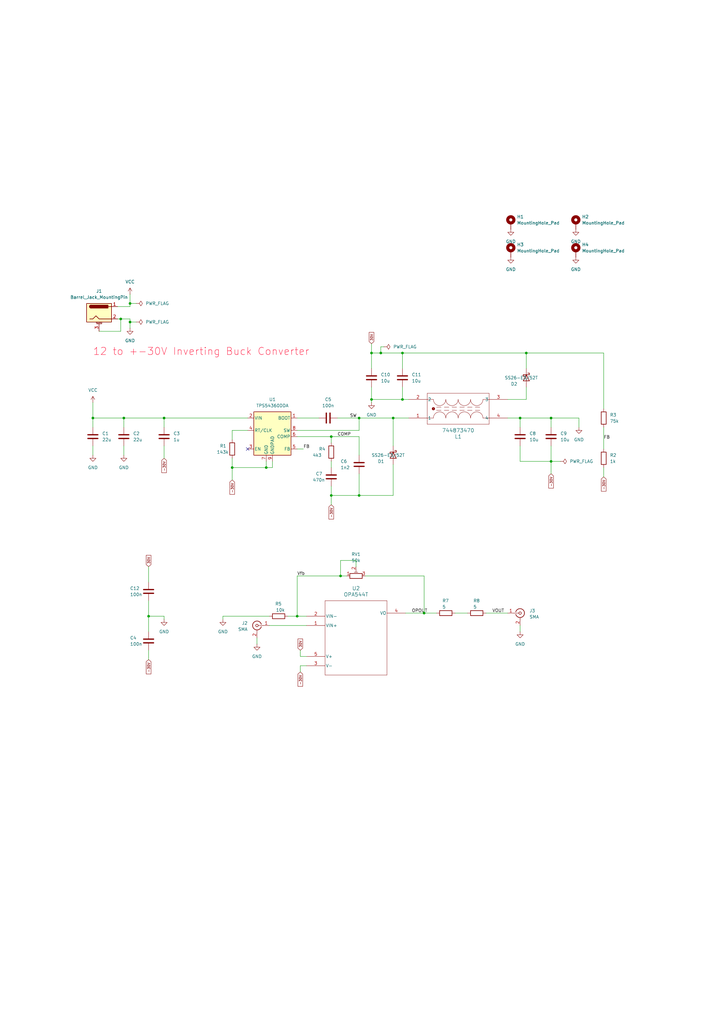
<source format=kicad_sch>
(kicad_sch (version 20231120) (generator "eeschema") (generator_version "8.0")
  (paper "A3" portrait)
  (lib_symbols
    (symbol "744783:744873470" (pin_names (offset 0.254))
      (property "Reference" "L" (at 20.32 10.16 0))
      (property "Value" "744873470" (at 20.32 7.62 0))
      (symbol "744873470_0_1"
        (polyline (pts (xy 7.62 -7.62) (xy 33.02 -7.62)) (stroke (width 0.127)))
        (polyline (pts (xy 7.62 -5.08) (xy 10.16 -5.08)) (stroke (width 0.127)))
        (polyline (pts (xy 7.62 2.54) (xy 10.16 2.54)) (stroke (width 0.127)))
        (polyline (pts (xy 7.62 5.08) (xy 7.62 -7.62)) (stroke (width 0.127)))
        (polyline (pts (xy 11.43 -1.905) (xy 13.335 -1.905)) (stroke (width 0.127)))
        (polyline (pts (xy 11.43 -0.635) (xy 13.335 -0.635)) (stroke (width 0.127)))
        (polyline (pts (xy 14.605 -1.905) (xy 16.51 -1.905)) (stroke (width 0.127)))
        (polyline (pts (xy 14.605 -0.635) (xy 16.51 -0.635)) (stroke (width 0.127)))
        (polyline (pts (xy 17.78 -1.905) (xy 19.685 -1.905)) (stroke (width 0.127)))
        (polyline (pts (xy 17.78 -0.635) (xy 19.685 -0.635)) (stroke (width 0.127)))
        (polyline (pts (xy 20.955 -1.905) (xy 22.86 -1.905)) (stroke (width 0.127)))
        (polyline (pts (xy 20.955 -0.635) (xy 22.86 -0.635)) (stroke (width 0.127)))
        (polyline (pts (xy 24.13 -1.905) (xy 26.035 -1.905)) (stroke (width 0.127)))
        (polyline (pts (xy 24.13 -0.635) (xy 26.035 -0.635)) (stroke (width 0.127)))
        (polyline (pts (xy 27.305 -1.905) (xy 29.21 -1.905)) (stroke (width 0.127)))
        (polyline (pts (xy 27.305 -0.635) (xy 29.21 -0.635)) (stroke (width 0.127)))
        (polyline (pts (xy 33.02 -7.62) (xy 33.02 5.08)) (stroke (width 0.127)))
        (polyline (pts (xy 33.02 -5.08) (xy 30.48 -5.08)) (stroke (width 0.127)))
        (polyline (pts (xy 33.02 2.54) (xy 30.48 2.54)) (stroke (width 0.127)))
        (polyline (pts (xy 33.02 5.08) (xy 7.62 5.08)) (stroke (width 0.127)))
        (circle (center 10.16 -1.27) (radius 0.127) (stroke (width 0.508)))
        (arc (start 10.16 2.54) (mid 12.7 0.011) (end 15.24 2.54) (stroke (width 0.127)))
        (arc (start 15.24 -5.08) (mid 12.7 -2.551) (end 10.16 -5.08) (stroke (width 0.127)))
        (arc (start 15.24 2.54) (mid 17.78 0.011) (end 20.32 2.54) (stroke (width 0.127)))
        (arc (start 20.32 -5.08) (mid 17.78 -2.551) (end 15.24 -5.08) (stroke (width 0.127)))
        (arc (start 20.32 2.54) (mid 22.86 0.011) (end 25.4 2.54) (stroke (width 0.127)))
        (arc (start 25.4 -5.08) (mid 22.86 -2.551) (end 20.32 -5.08) (stroke (width 0.127)))
        (arc (start 25.4 2.54) (mid 27.94 0.011) (end 30.48 2.54) (stroke (width 0.127)))
        (arc (start 30.48 -5.08) (mid 27.94 -2.551) (end 25.4 -5.08) (stroke (width 0.127)))
        (pin unspecified line (at 0 2.54 0) (length 7.62) (name "1") (number "1"))
        (pin unspecified line (at 0 -5.08 0) (length 7.62) (name "2") (number "2"))
        (pin unspecified line (at 40.64 -5.08 180) (length 7.62) (name "3") (number "3"))
        (pin unspecified line (at 40.64 2.54 180) (length 7.62) (name "4") (number "4"))
      )
    )
    (symbol "Connector:Barrel_Jack_MountingPin" (pin_names hide)
      (property "Reference" "J1" (at 0 8.89 0))
      (property "Value" "Barrel_Jack_MountingPin" (at 0 6.35 0))
      (symbol "Barrel_Jack_MountingPin_0_1"
        (rectangle (start -5.08 3.81) (end 5.08 -3.81) (stroke (width 0.254)) (fill (type background)))
        (arc (start -3.302 3.175) (mid -3.9343 2.54) (end -3.302 1.905) (stroke (width 0.254)))
        (arc (start -3.302 3.175) (mid -3.9343 2.54) (end -3.302 1.905) (stroke (width 0.254)) (fill (type outline)))
        (polyline (pts (xy 5.08 2.54) (xy 3.81 2.54)) (stroke (width 0.254)))
        (polyline (pts (xy -3.81 -2.54) (xy -2.54 -2.54) (xy -1.27 -1.27) (xy 0 -2.54) (xy 2.54 -2.54) (xy 5.08 -2.54)) (stroke (width 0.254)))
        (rectangle (start 3.683 3.175) (end -3.302 1.905) (stroke (width 0.254)) (fill (type outline)))
      )
      (symbol "Barrel_Jack_MountingPin_1_1"
        (polyline (pts (xy -1.016 -4.572) (xy 1.016 -4.572)) (stroke (width 0.1524)))
        (text "Mounting" (at 0 -4.191 0) (effects (font (size 0.381 0.381))))
        (pin passive line (at 7.62 2.54 180) (length 2.54) (name "~") (number "1"))
        (pin passive line (at 7.62 -2.54 180) (length 2.54) (name "~") (number "2"))
        (pin passive line (at 0 -7.62 90) (length 3.048) (name "MountPin") (number "3"))
      )
    )
    (symbol "Connector:Conn_Coaxial" (pin_names (offset 1.016) hide)
      (property "Reference" "J" (at 0.254 3.048 0))
      (property "Value" "Conn_Coaxial" (at 2.921 0 90))
      (symbol "Conn_Coaxial_0_1"
        (arc (start -1.778 -0.508) (mid 0.2311 -1.8066) (end 1.778 0) (stroke (width 0.254)))
        (polyline (pts (xy -2.54 0) (xy -0.508 0)))
        (polyline (pts (xy 0 -2.54) (xy 0 -1.778)))
        (circle (center 0 0) (radius 0.508) (stroke (width 0.2032)))
        (arc (start 1.778 0) (mid 0.2099 1.8101) (end -1.778 0.508) (stroke (width 0.254)))
      )
      (symbol "Conn_Coaxial_1_1"
        (pin passive line (at -5.08 0 0) (length 2.54) (name "In") (number "1"))
        (pin passive line (at 0 -5.08 90) (length 2.54) (name "Ext") (number "2"))
      )
    )
    (symbol "Device:C" (pin_numbers hide) (pin_names (offset 0.254))
      (property "Reference" "C" (at 0.635 2.54 0))
      (property "Value" "C" (at 0.635 -2.54 0))
      (symbol "C_0_1"
        (polyline (pts (xy -2.032 -0.762) (xy 2.032 -0.762)) (stroke (width 0.508)))
        (polyline (pts (xy -2.032 0.762) (xy 2.032 0.762)) (stroke (width 0.508)))
      )
      (symbol "C_1_1"
        (pin passive line (at 0 3.81 270) (length 2.794) (name "~") (number "1"))
        (pin passive line (at 0 -3.81 90) (length 2.794) (name "~") (number "2"))
      )
    )
    (symbol "Device:D_Schottky" (pin_numbers hide) (pin_names (offset 1.016) hide)
      (property "Reference" "D" (at 0 2.54 0))
      (property "Value" "D_Schottky" (at 0 -2.54 0))
      (symbol "D_Schottky_0_1"
        (polyline (pts (xy 1.27 0) (xy -1.27 0)))
        (polyline (pts (xy 1.27 1.27) (xy 1.27 -1.27) (xy -1.27 0) (xy 1.27 1.27)) (stroke (width 0.254)))
        (polyline (pts (xy -1.905 0.635) (xy -1.905 1.27) (xy -1.27 1.27) (xy -1.27 -1.27) (xy -0.635 -1.27) (xy -0.635 -0.635)) (stroke (width 0.254)))
      )
      (symbol "D_Schottky_1_1"
        (pin passive line (at -3.81 0 0) (length 2.54) (name "K") (number "1"))
        (pin passive line (at 3.81 0 180) (length 2.54) (name "A") (number "2"))
      )
    )
    (symbol "Device:R" (pin_numbers hide) (pin_names (offset 0))
      (property "Reference" "R" (at 2.032 0 90))
      (property "Value" "R" (at 0 0 90))
      (symbol "R_0_1"
        (rectangle (start -1.016 -2.54) (end 1.016 2.54) (stroke (width 0.254)))
      )
      (symbol "R_1_1"
        (pin passive line (at 0 3.81 270) (length 1.27) (name "~") (number "1"))
        (pin passive line (at 0 -3.81 90) (length 1.27) (name "~") (number "2"))
      )
    )
    (symbol "Device:R_Potentiometer_Trim" (pin_names (offset 1.016) hide)
      (property "Reference" "RV" (at -4.445 0 90))
      (property "Value" "R_Potentiometer_Trim" (at -2.54 0 90))
      (symbol "R_Potentiometer_Trim_0_1"
        (polyline (pts (xy 1.524 0.762) (xy 1.524 -0.762)))
        (polyline (pts (xy 2.54 0) (xy 1.524 0)))
        (rectangle (start 1.016 2.54) (end -1.016 -2.54) (stroke (width 0.254)))
      )
      (symbol "R_Potentiometer_Trim_1_1"
        (pin passive line (at 0 3.81 270) (length 1.27) (name "1") (number "1"))
        (pin passive line (at 3.81 0 180) (length 1.27) (name "2") (number "2"))
        (pin passive line (at 0 -3.81 90) (length 1.27) (name "3") (number "3"))
      )
    )
    (symbol "GND_1" (power) (pin_numbers hide) (pin_names (offset 0) hide)
      (property "Value" "GND" (at 0 -3.81 0))
      (symbol "GND_1_0_1"
        (polyline (pts (xy 0 0) (xy 0 -1.27) (xy 1.27 -1.27) (xy 0 -2.54) (xy -1.27 -1.27) (xy 0 -1.27)))
      )
      (symbol "GND_1_1_1"
        (pin power_in line (at 0 0 270) (length 0) (name "~") (number "1"))
      )
    )
    (symbol "GND_2" (power) (pin_numbers hide) (pin_names (offset 0) hide)
      (property "Value" "GND" (at 0 -3.81 0))
      (symbol "GND_2_0_1"
        (polyline (pts (xy 0 0) (xy 0 -1.27) (xy 1.27 -1.27) (xy 0 -2.54) (xy -1.27 -1.27) (xy 0 -1.27)))
      )
      (symbol "GND_2_1_1"
        (pin power_in line (at 0 0 270) (length 0) (name "~") (number "1"))
      )
    )
    (symbol "Mechanical:MountingHole_Pad" (pin_numbers hide) (pin_names (offset 1.016) hide) (exclude_from_sim yes) (in_bom no)
      (property "Reference" "H" (at 0 6.35 0))
      (property "Value" "MountingHole_Pad" (at 0 4.445 0))
      (symbol "MountingHole_Pad_0_1"
        (circle (center 0 1.27) (radius 1.27) (stroke (width 1.27)))
      )
      (symbol "MountingHole_Pad_1_1"
        (pin input line (at 0 -2.54 90) (length 2.54) (name "1") (number "1"))
      )
    )
    (symbol "OPA544T:OPA544T" (pin_names (offset 0.254))
      (property "Reference" "U2" (at 20.32 12.7 0))
      (property "Value" "OPA544T" (at 20.32 10.16 0))
      (symbol "OPA544T_0_1"
        (polyline (pts (xy 7.62 -22.86) (xy 33.02 -22.86)) (stroke (width 0.127)))
        (polyline (pts (xy 7.62 7.62) (xy 7.62 -22.86)) (stroke (width 0.127)))
        (polyline (pts (xy 33.02 -22.86) (xy 33.02 7.62)) (stroke (width 0.127)))
        (polyline (pts (xy 33.02 7.62) (xy 7.62 7.62)) (stroke (width 0.127)))
        (pin input line (at 0 -2.54 0) (length 7.62) (name "VIN+") (number "1"))
        (pin input line (at 0 1.27 0) (length 7.62) (name "VIN-") (number "2"))
        (pin power_in line (at 0 -19.05 0) (length 7.62) (name "V-") (number "3"))
        (pin output line (at 40.64 2.54 180) (length 7.62) (name "VO") (number "4"))
        (pin power_in line (at 0 -15.24 0) (length 7.62) (name "V+") (number "5"))
      )
    )
    (symbol "Regulator_Switching:TPS54360DDA" (pin_names (offset 0.254))
      (property "Reference" "U" (at -7.62 11.43 0))
      (property "Value" "TPS54360DDA" (at -7.62 8.89 0))
      (symbol "TPS54360DDA_0_1"
        (rectangle (start -7.62 7.62) (end 7.62 -10.16) (stroke (width 0.254)) (fill (type background)))
      )
      (symbol "TPS54360DDA_1_1"
        (pin input line (at 10.16 5.08 180) (length 2.54) (name "BOOT") (number "1"))
        (pin power_in line (at -10.16 5.08 0) (length 2.54) (name "VIN") (number "2"))
        (pin input line (at -10.16 -7.62 0) (length 2.54) (name "EN") (number "3"))
        (pin input line (at -10.16 0 0) (length 2.54) (name "RT/CLK") (number "4"))
        (pin input line (at 10.16 -7.62 180) (length 2.54) (name "FB") (number "5"))
        (pin passive line (at 10.16 -2.54 180) (length 2.54) (name "COMP") (number "6"))
        (pin power_in line (at -2.54 -12.7 90) (length 2.54) (name "GND") (number "7"))
        (pin output line (at 10.16 0 180) (length 2.54) (name "SW") (number "8"))
        (pin power_in line (at 0 -12.7 90) (length 2.54) (name "GNDPAD") (number "9"))
      )
    )
    (symbol "VCC_1" (power) (pin_numbers hide) (pin_names (offset 0) hide)
      (property "Value" "VCC" (at 0 3.556 0))
      (symbol "VCC_1_0_1"
        (polyline (pts (xy -0.762 1.27) (xy 0 2.54)))
        (polyline (pts (xy 0 0) (xy 0 2.54)))
        (polyline (pts (xy 0 2.54) (xy 0.762 1.27)))
      )
      (symbol "VCC_1_1_1"
        (pin power_in line (at 0 0 90) (length 0) (name "~") (number "1"))
      )
    )
    (symbol "power:PWR_FLAG" (power) (pin_numbers hide) (pin_names (offset 0) hide)
      (property "Value" "PWR_FLAG" (at 0 3.81 0))
      (symbol "PWR_FLAG_0_0"
        (pin power_out line (at 0 0 90) (length 0) (name "~") (number "1"))
      )
      (symbol "PWR_FLAG_0_1"
        (polyline (pts (xy 0 0) (xy 0 1.27) (xy -1.016 1.905) (xy 0 2.54) (xy 1.016 1.905) (xy 0 1.27)))
      )
    )
  )
  (junction (at 38.1 171.45))
  (junction (at 165.1 163.83))
  (junction (at 152.4 144.78))
  (junction (at 165.1 144.78))
  (junction (at 109.22 191.77))
  (junction (at 226.06 189.23))
  (junction (at 161.29 171.45))
  (junction (at 147.32 171.45))
  (junction (at 152.4 163.83))
  (junction (at 95.25 191.77))
  (junction (at 213.36 171.45))
  (junction (at 49.53 130.81))
  (junction (at 121.92 252.73))
  (junction (at 156.21 144.78))
  (junction (at 135.89 203.2))
  (junction (at 215.9 144.78))
  (junction (at 139.7 236.22))
  (junction (at 67.31 171.45))
  (junction (at 226.06 171.45))
  (junction (at 173.99 251.46))
  (junction (at 60.96 252.73))
  (junction (at 53.34 124.46))
  (junction (at 50.8 171.45))
  (junction (at 53.34 132.08))
  (junction (at 147.32 203.2))
  (junction (at 135.89 179.07))
  (no_connect (at 101.6 184.15))
  (wire (pts (xy 147.32 186.69) (xy 147.32 179.07)))
  (wire (pts (xy 213.36 256.54) (xy 213.36 259.08)))
  (wire (pts (xy 95.25 191.77) (xy 95.25 196.85)))
  (wire (pts (xy 135.89 179.07) (xy 135.89 181.61)))
  (wire (pts (xy 121.92 179.07) (xy 135.89 179.07)))
  (wire (pts (xy 53.34 130.81) (xy 53.34 132.08)))
  (wire (pts (xy 147.32 194.31) (xy 147.32 203.2)))
  (wire (pts (xy 165.1 144.78) (xy 215.9 144.78)))
  (wire (pts (xy 161.29 203.2) (xy 147.32 203.2)))
  (wire (pts (xy 157.48 142.24) (xy 156.21 142.24)))
  (wire (pts (xy 213.36 171.45) (xy 213.36 175.26)))
  (wire (pts (xy 156.21 142.24) (xy 156.21 144.78)))
  (wire (pts (xy 139.7 229.87) (xy 139.7 236.22)))
  (wire (pts (xy 208.28 171.45) (xy 213.36 171.45)))
  (wire (pts (xy 186.69 251.46) (xy 191.77 251.46)))
  (wire (pts (xy 67.31 252.73) (xy 67.31 254)))
  (wire (pts (xy 135.89 203.2) (xy 135.89 207.01)))
  (wire (pts (xy 247.65 175.26) (xy 247.65 184.15)))
  (wire (pts (xy 215.9 144.78) (xy 215.9 151.13)))
  (wire (pts (xy 226.06 189.23) (xy 226.06 182.88)))
  (wire (pts (xy 135.89 189.23) (xy 135.89 191.77)))
  (wire (pts (xy 95.25 187.96) (xy 95.25 191.77)))
  (wire (pts (xy 247.65 191.77) (xy 247.65 195.58)))
  (wire (pts (xy 91.44 252.73) (xy 110.49 252.73)))
  (wire (pts (xy 50.8 182.88) (xy 50.8 186.69)))
  (wire (pts (xy 121.92 171.45) (xy 130.81 171.45)))
  (wire (pts (xy 152.4 144.78) (xy 156.21 144.78)))
  (wire (pts (xy 95.25 176.53) (xy 101.6 176.53)))
  (wire (pts (xy 38.1 171.45) (xy 38.1 165.1)))
  (wire (pts (xy 91.44 254) (xy 91.44 252.73)))
  (wire (pts (xy 147.32 179.07) (xy 135.89 179.07)))
  (wire (pts (xy 38.1 171.45) (xy 38.1 175.26)))
  (wire (pts (xy 118.11 252.73) (xy 121.92 252.73)))
  (wire (pts (xy 152.4 140.97) (xy 152.4 144.78)))
  (wire (pts (xy 53.34 132.08) (xy 53.34 134.62)))
  (wire (pts (xy 53.34 124.46) (xy 53.34 120.65)))
  (wire (pts (xy 247.65 144.78) (xy 215.9 144.78)))
  (wire (pts (xy 110.49 256.54) (xy 125.73 256.54)))
  (wire (pts (xy 49.53 130.81) (xy 53.34 130.81)))
  (wire (pts (xy 161.29 190.5) (xy 161.29 203.2)))
  (wire (pts (xy 105.41 261.62) (xy 105.41 264.16)))
  (wire (pts (xy 123.19 273.05) (xy 125.73 273.05)))
  (wire (pts (xy 121.92 236.22) (xy 121.92 252.73)))
  (wire (pts (xy 142.24 236.22) (xy 139.7 236.22)))
  (wire (pts (xy 48.26 125.73) (xy 53.34 125.73)))
  (wire (pts (xy 121.92 176.53) (xy 147.32 176.53)))
  (wire (pts (xy 121.92 184.15) (xy 124.46 184.15)))
  (wire (pts (xy 208.28 163.83) (xy 215.9 163.83)))
  (wire (pts (xy 123.19 275.59) (xy 123.19 273.05)))
  (wire (pts (xy 139.7 236.22) (xy 121.92 236.22)))
  (wire (pts (xy 147.32 171.45) (xy 161.29 171.45)))
  (wire (pts (xy 152.4 151.13) (xy 152.4 144.78)))
  (wire (pts (xy 152.4 158.75) (xy 152.4 163.83)))
  (wire (pts (xy 138.43 171.45) (xy 147.32 171.45)))
  (wire (pts (xy 123.19 269.24) (xy 123.19 266.7)))
  (wire (pts (xy 111.76 189.23) (xy 111.76 191.77)))
  (wire (pts (xy 152.4 163.83) (xy 165.1 163.83)))
  (wire (pts (xy 60.96 252.73) (xy 60.96 259.08)))
  (wire (pts (xy 247.65 144.78) (xy 247.65 167.64)))
  (wire (pts (xy 146.05 229.87) (xy 139.7 229.87)))
  (wire (pts (xy 237.49 171.45) (xy 226.06 171.45)))
  (wire (pts (xy 226.06 189.23) (xy 229.87 189.23)))
  (wire (pts (xy 165.1 158.75) (xy 165.1 163.83)))
  (wire (pts (xy 237.49 171.45) (xy 237.49 175.26)))
  (wire (pts (xy 226.06 175.26) (xy 226.06 171.45)))
  (wire (pts (xy 152.4 163.83) (xy 152.4 165.1)))
  (wire (pts (xy 50.8 171.45) (xy 67.31 171.45)))
  (wire (pts (xy 165.1 163.83) (xy 167.64 163.83)))
  (wire (pts (xy 109.22 191.77) (xy 95.25 191.77)))
  (wire (pts (xy 161.29 171.45) (xy 161.29 182.88)))
  (wire (pts (xy 40.64 135.89) (xy 49.53 135.89)))
  (wire (pts (xy 67.31 171.45) (xy 101.6 171.45)))
  (wire (pts (xy 173.99 236.22) (xy 173.99 251.46)))
  (wire (pts (xy 60.96 266.7) (xy 60.96 270.51)))
  (wire (pts (xy 53.34 125.73) (xy 53.34 124.46)))
  (wire (pts (xy 111.76 191.77) (xy 109.22 191.77)))
  (wire (pts (xy 165.1 151.13) (xy 165.1 144.78)))
  (wire (pts (xy 38.1 182.88) (xy 38.1 186.69)))
  (wire (pts (xy 135.89 199.39) (xy 135.89 203.2)))
  (wire (pts (xy 48.26 130.81) (xy 49.53 130.81)))
  (wire (pts (xy 38.1 171.45) (xy 50.8 171.45)))
  (wire (pts (xy 173.99 251.46) (xy 179.07 251.46)))
  (wire (pts (xy 149.86 236.22) (xy 173.99 236.22)))
  (wire (pts (xy 53.34 124.46) (xy 55.88 124.46)))
  (wire (pts (xy 49.53 135.89) (xy 49.53 130.81)))
  (wire (pts (xy 213.36 189.23) (xy 226.06 189.23)))
  (wire (pts (xy 226.06 189.23) (xy 226.06 194.31)))
  (wire (pts (xy 60.96 232.41) (xy 60.96 238.76)))
  (wire (pts (xy 53.34 132.08) (xy 55.88 132.08)))
  (wire (pts (xy 173.99 251.46) (xy 166.37 251.46)))
  (wire (pts (xy 147.32 203.2) (xy 135.89 203.2)))
  (wire (pts (xy 50.8 171.45) (xy 50.8 175.26)))
  (wire (pts (xy 215.9 163.83) (xy 215.9 158.75)))
  (wire (pts (xy 60.96 246.38) (xy 60.96 252.73)))
  (wire (pts (xy 226.06 171.45) (xy 213.36 171.45)))
  (wire (pts (xy 213.36 182.88) (xy 213.36 189.23)))
  (wire (pts (xy 125.73 269.24) (xy 123.19 269.24)))
  (wire (pts (xy 161.29 171.45) (xy 167.64 171.45)))
  (wire (pts (xy 199.39 251.46) (xy 208.28 251.46)))
  (wire (pts (xy 67.31 252.73) (xy 60.96 252.73)))
  (wire (pts (xy 67.31 182.88) (xy 67.31 187.96)))
  (wire (pts (xy 95.25 180.34) (xy 95.25 176.53)))
  (wire (pts (xy 109.22 189.23) (xy 109.22 191.77)))
  (wire (pts (xy 121.92 252.73) (xy 125.73 252.73)))
  (wire (pts (xy 156.21 144.78) (xy 165.1 144.78)))
  (wire (pts (xy 67.31 171.45) (xy 67.31 175.26)))
  (wire (pts (xy 146.05 229.87) (xy 146.05 232.41)))
  (wire (pts (xy 147.32 171.45) (xy 147.32 176.53)))
  (text "12 to +-30V Inverting Buck Converter" (at 38.1 146.05 0) (effects (font (size 3 3)) (justify left bottom)))
  (label "OPOUT" (at 168.91 251.46 0))
  (label "COMP" (at 138.43 179.07 0))
  (label "Vfb" (at 121.92 236.22 0))
  (label "FB" (at 247.65 180.34 0))
  (label "FB" (at 124.46 184.15 0))
  (label "VOUT" (at 201.93 251.46 0))
  (label "SW" (at 143.51 171.45 0))
  (global_label "-30V" (shape input) (at 247.65 195.58 270) (effects (font (size 1 1))) (property "Intersheetrefs" "${INTERSHEET_REFS}" (effects (hide yes))))
  (global_label "-30V" (shape input) (at 226.06 194.31 270) (effects (font (size 1 1))) (property "Intersheetrefs" "${INTERSHEET_REFS}" (effects (hide yes))))
  (global_label "-30V" (shape input) (at 95.25 196.85 270) (effects (font (size 1 1))) (property "Intersheetrefs" "${INTERSHEET_REFS}" (effects (hide yes))))
  (global_label "-30V" (shape input) (at 60.96 270.51 270) (effects (font (size 1 1))) (property "Intersheetrefs" "${INTERSHEET_REFS}" (effects (hide yes))))
  (global_label "-30V" (shape input) (at 67.31 187.96 270) (effects (font (size 1 1))) (property "Intersheetrefs" "${INTERSHEET_REFS}" (effects (hide yes))))
  (global_label "30V" (shape input) (at 152.4 140.97 90) (effects (font (size 1 1))) (property "Intersheetrefs" "${INTERSHEET_REFS}" (effects (hide yes))))
  (global_label "-30V" (shape input) (at 135.89 207.01 270) (effects (font (size 1 1))) (property "Intersheetrefs" "${INTERSHEET_REFS}" (effects (hide yes))))
  (global_label "30V" (shape input) (at 123.19 266.7 90) (effects (font (size 1 1))) (property "Intersheetrefs" "${INTERSHEET_REFS}" (effects (hide yes))))
  (global_label "30V" (shape input) (at 60.96 232.41 90) (effects (font (size 1 1))) (property "Intersheetrefs" "${INTERSHEET_REFS}" (effects (hide yes))))
  (global_label "-30V" (shape input) (at 123.19 275.59 270) (effects (font (size 1 1))) (property "Intersheetrefs" "${INTERSHEET_REFS}" (effects (hide yes))))
  (symbol (lib_id "Mechanical:MountingHole_Pad") (at 236.22 102.87 0) (unit 1) (exclude_from_sim yes) (in_bom no)
    (property "Reference" "H4" (at 238.76 100.3299 0) (effects (justify left)))
    (property "Value" "MountingHole_Pad" (at 238.76 102.8699 0) (effects (justify left)))
    (property "Footprint" "MountingHole:MountingHole_2.5mm_Pad" (effects (hide yes)))
    (property "Description" "Mounting Hole with connection" (effects (hide yes)))
  )
  (symbol (lib_id "Connector:Conn_Coaxial") (at 213.36 251.46 0) (unit 1)
    (property "Reference" "J3" (at 217.17 250.4831 0) (effects (justify left)))
    (property "Value" "SMA" (at 217.17 253.0231 0) (effects (justify left)))
    (property "Footprint" "Connector_Coaxial:SMA_Samtec_SMA-J-P-X-ST-EM1_EdgeMount" (effects (hide yes)))
    (property "Datasheet" "https://www.direnc.net/sma-180c-disi-konnektor-dar-ayakli-sa0n1s0g" (effects (hide yes)))
    (property "Cost" "14" (effects (hide yes)))
  )
  (symbol (lib_id "Device:C") (at 60.96 242.57 0) (unit 1)
    (property "Reference" "C12" (at 53.34 241.3 0) (effects (justify left)))
    (property "Value" "100n" (at 53.34 243.84 0) (effects (justify left)))
    (property "Footprint" "Capacitor_SMD:C_0603_1608Metric" (effects (hide yes)))
    (property "Datasheet" "https://ozdisan.com/Product/Detail/9739/CL10B104KB8NNNC" (effects (hide yes)))
    (property "Cost" "0.15" (effects (hide yes)))
  )
  (symbol (lib_id "Device:R_Potentiometer_Trim") (at 146.05 236.22 90) (unit 1)
    (property "Reference" "RV1" (at 146.05 227.33 90))
    (property "Value" "50k" (at 146.05 229.87 90))
    (property "Footprint" "Potentiometer_THT:Potentiometer_Bourns_3296W_Vertical" (effects (hide yes)))
    (property "Datasheet" "https://ozdisan.com/elektromekanik-komponentler/potansiyometreler-ve-trimpotlar/trimpot-potansiyometreler/3296W-1-503LF-BN/512607" (effects (hide yes)))
    (property "Cost" "7" (effects (hide yes)))
  )
  (symbol (lib_id "power:PWR_FLAG") (at 229.87 189.23 270) (unit 1)
    (property "Reference" "#FLG04" (effects (hide yes)))
    (property "Value" "PWR_FLAG" (at 233.68 189.2299 90) (effects (justify left)))
    (property "Description" "Special symbol for telling ERC where power comes from" (effects (hide yes)))
  )
  (symbol (lib_name "GND_2") (lib_id "power:GND") (at 236.22 93.98 0) (unit 1)
    (property "Reference" "#PWR014" (effects (hide yes)))
    (property "Value" "GND" (at 236.22 99.06 0))
    (property "Description" "Power symbol creates a global label with name \"GND\" , ground" (effects (hide yes)))
  )
  (symbol (lib_id "Device:C") (at 213.36 179.07 0) (unit 1)
    (property "Reference" "C8" (at 217.17 177.7999 0) (effects (justify left)))
    (property "Value" "10u" (at 217.17 180.3399 0) (effects (justify left)))
    (property "Footprint" "Capacitor_SMD:C_1206_3216Metric" (effects (hide yes)))
    (property "Datasheet" "https://ozdisan.com/Product/Detail/523367/CL31B106KBHNNNE" (effects (hide yes)))
    (property "Cost" "4.5" (effects (hide yes)))
  )
  (symbol (lib_id "Device:C") (at 226.06 179.07 0) (unit 1)
    (property "Reference" "C9" (at 229.87 177.7999 0) (effects (justify left)))
    (property "Value" "10u" (at 229.87 180.3399 0) (effects (justify left)))
    (property "Footprint" "Capacitor_SMD:C_1206_3216Metric" (effects (hide yes)))
    (property "Datasheet" "https://ozdisan.com/Product/Detail/523367/CL31B106KBHNNNE" (effects (hide yes)))
    (property "Cost" "4.5" (effects (hide yes)))
  )
  (symbol (lib_name "GND_2") (lib_id "power:GND") (at 105.41 264.16 0) (unit 1)
    (property "Reference" "#PWR08" (effects (hide yes)))
    (property "Value" "GND" (at 105.41 269.24 0))
    (property "Description" "Power symbol creates a global label with name \"GND\" , ground" (effects (hide yes)))
  )
  (symbol (lib_id "Device:R") (at 247.65 187.96 180) (unit 1)
    (property "Reference" "R2" (at 250.19 186.69 0) (effects (justify right)))
    (property "Value" "1k" (at 250.19 189.23 0) (effects (justify right)))
    (property "Footprint" "Resistor_SMD:R_0603_1608Metric" (effects (hide yes)))
    (property "Datasheet" "https://ozdisan.com/pasif-komponentler/direncler/smt-smd-ve-cip-direncler/0603SAF1021T5E/505846" (effects (hide yes)))
    (property "Cost" "0.05" (effects (hide yes)))
  )
  (symbol (lib_name "VCC_1") (lib_id "power:VCC") (at 38.1 165.1 0) (unit 1)
    (property "Reference" "#PWR01" (effects (hide yes)))
    (property "Value" "VCC" (at 38.1 160.02 0))
    (property "Description" "Power symbol creates a global label with name \"VCC\"" (effects (hide yes)))
  )
  (symbol (lib_id "Device:C") (at 67.31 179.07 0) (unit 1)
    (property "Reference" "C3" (at 71.12 177.7999 0) (effects (justify left)))
    (property "Value" "1u" (at 71.12 180.3399 0) (effects (justify left)))
    (property "Footprint" "Capacitor_SMD:C_0805_2012Metric" (effects (hide yes)))
    (property "Datasheet" "https://ozdisan.com/Product/Detail/634349/CL21Y105KCFVPJE" (effects (hide yes)))
    (property "Cost" "6" (effects (hide yes)))
  )
  (symbol (lib_id "Device:D_Schottky") (at 161.29 186.69 270) (unit 1)
    (property "Reference" "D1" (at 154.94 189.23 90) (effects (justify left)))
    (property "Value" "SS26-E3/52T" (at 152.4 186.69 90) (effects (justify left)))
    (property "Footprint" "SSB44:DIODE_DO214AA_MBRS_VIS" (effects (hide yes)))
    (property "Datasheet" "https://ozdisan.com/Product/Detail/368413/SS26-E352T" (effects (hide yes)))
    (property "Cost" "8.5" (effects (hide yes)))
  )
  (symbol (lib_id "Device:R") (at 114.3 252.73 270) (unit 1)
    (property "Reference" "R5" (at 115.57 247.65 90) (effects (justify right)))
    (property "Value" "10k" (at 116.84 250.19 90) (effects (justify right)))
    (property "Footprint" "Resistor_SMD:R_0603_1608Metric" (effects (hide yes)))
    (property "Datasheet" "https://ozdisan.com/pasif-komponentler/direncler/smt-smd-ve-cip-direncler/RC0603JR-0710KL/383150" (effects (hide yes)))
    (property "Cost" "0.05" (effects (hide yes)))
  )
  (symbol (lib_name "GND_2") (lib_id "power:GND") (at 237.49 175.26 0) (unit 1)
    (property "Reference" "#PWR011" (effects (hide yes)))
    (property "Value" "GND" (at 237.49 180.34 0))
    (property "Description" "Power symbol creates a global label with name \"GND\" , ground" (effects (hide yes)))
  )
  (symbol (lib_name "GND_2") (lib_id "power:GND") (at 53.34 134.62 0) (unit 1)
    (property "Reference" "#PWR05" (effects (hide yes)))
    (property "Value" "GND" (at 53.34 139.7 0))
    (property "Description" "Power symbol creates a global label with name \"GND\" , ground" (effects (hide yes)))
  )
  (symbol (lib_name "GND_2") (lib_id "power:GND") (at 209.55 105.41 0) (unit 1)
    (property "Reference" "#PWR013" (effects (hide yes)))
    (property "Value" "GND" (at 209.55 110.49 0))
    (property "Description" "Power symbol creates a global label with name \"GND\" , ground" (effects (hide yes)))
  )
  (symbol (lib_name "GND_2") (lib_id "power:GND") (at 209.55 93.98 0) (unit 1)
    (property "Reference" "#PWR012" (effects (hide yes)))
    (property "Value" "GND" (at 209.55 99.06 0))
    (property "Description" "Power symbol creates a global label with name \"GND\" , ground" (effects (hide yes)))
  )
  (symbol (lib_id "Device:R") (at 195.58 251.46 270) (unit 1)
    (property "Reference" "R8" (at 196.85 246.38 90) (effects (justify right)))
    (property "Value" "5" (at 195.58 248.92 90) (effects (justify right)))
    (property "Footprint" "Resistor_SMD:R_1210_3225Metric" (effects (hide yes)))
    (property "Datasheet" "https://ozdisan.com/pasif-komponentler/direncler/smt-smd-ve-cip-direncler/1210S3J051JT5E/357842" (effects (hide yes)))
    (property "Cost" "0.5" (effects (hide yes)))
  )
  (symbol (lib_id "Device:C") (at 134.62 171.45 90) (unit 1)
    (property "Reference" "C5" (at 134.62 163.83 90))
    (property "Value" "100n" (at 134.62 166.37 90))
    (property "Footprint" "Capacitor_SMD:C_0603_1608Metric" (effects (hide yes)))
    (property "Datasheet" "https://ozdisan.com/Product/Detail/9739/CL10B104KB8NNNC" (effects (hide yes)))
    (property "Cost" "0.15" (effects (hide yes)))
  )
  (symbol (lib_name "VCC_1") (lib_id "power:VCC") (at 53.34 120.65 0) (unit 1)
    (property "Reference" "#PWR016" (effects (hide yes)))
    (property "Value" "VCC" (at 53.34 115.57 0))
    (property "Description" "Power symbol creates a global label with name \"VCC\"" (effects (hide yes)))
  )
  (symbol (lib_id "Device:C") (at 38.1 179.07 0) (unit 1)
    (property "Reference" "C1" (at 41.91 177.8 0) (effects (justify left)))
    (property "Value" "22u" (at 41.91 180.34 0) (effects (justify left)))
    (property "Footprint" "Capacitor_SMD:C_1210_3225Metric" (effects (hide yes)))
    (property "Datasheet" "https://ozdisan.com/Product/Detail/402056/CL32B226KAJNNNE" (effects (hide yes)))
    (property "Cost" "10.2" (effects (hide yes)))
  )
  (symbol (lib_id "Mechanical:MountingHole_Pad") (at 209.55 102.87 0) (unit 1) (exclude_from_sim yes) (in_bom no)
    (property "Reference" "H3" (at 212.09 100.3299 0) (effects (justify left)))
    (property "Value" "MountingHole_Pad" (at 212.09 102.8699 0) (effects (justify left)))
    (property "Footprint" "MountingHole:MountingHole_2.5mm_Pad" (effects (hide yes)))
    (property "Description" "Mounting Hole with connection" (effects (hide yes)))
  )
  (symbol (lib_id "Device:C") (at 165.1 154.94 0) (unit 1)
    (property "Reference" "C11" (at 168.91 153.6699 0) (effects (justify left)))
    (property "Value" "10u" (at 168.91 156.2099 0) (effects (justify left)))
    (property "Footprint" "Capacitor_SMD:C_1206_3216Metric" (effects (hide yes)))
    (property "Datasheet" "https://ozdisan.com/Product/Detail/523367/CL31B106KBHNNNE" (effects (hide yes)))
    (property "Cost" "4.5" (effects (hide yes)))
  )
  (symbol (lib_id "power:PWR_FLAG") (at 55.88 132.08 270) (unit 1)
    (property "Reference" "#FLG02" (effects (hide yes)))
    (property "Value" "PWR_FLAG" (at 59.69 132.0799 90) (effects (justify left)))
    (property "Description" "Special symbol for telling ERC where power comes from" (effects (hide yes)))
  )
  (symbol (lib_id "Device:C") (at 50.8 179.07 0) (unit 1)
    (property "Reference" "C2" (at 54.61 177.8 0) (effects (justify left)))
    (property "Value" "22u" (at 54.61 180.34 0) (effects (justify left)))
    (property "Footprint" "Capacitor_SMD:C_1210_3225Metric" (effects (hide yes)))
    (property "Datasheet" "https://ozdisan.com/Product/Detail/402056/CL32B226KAJNNNE" (effects (hide yes)))
    (property "Cost" "10.2" (effects (hide yes)))
  )
  (symbol (lib_name "GND_2") (lib_id "power:GND") (at 91.44 254 0) (unit 1)
    (property "Reference" "#PWR07" (effects (hide yes)))
    (property "Value" "GND" (at 91.44 259.08 0))
    (property "Description" "Power symbol creates a global label with name \"GND\" , ground" (effects (hide yes)))
  )
  (symbol (lib_name "GND_2") (lib_id "power:GND") (at 67.31 254 0) (unit 1)
    (property "Reference" "#PWR06" (effects (hide yes)))
    (property "Value" "GND" (at 67.31 259.08 0))
    (property "Description" "Power symbol creates a global label with name \"GND\" , ground" (effects (hide yes)))
  )
  (symbol (lib_name "GND_2") (lib_id "power:GND") (at 38.1 186.69 0) (unit 1)
    (property "Reference" "#PWR02" (effects (hide yes)))
    (property "Value" "GND" (at 38.1 191.77 0))
    (property "Description" "Power symbol creates a global label with name \"GND\" , ground" (effects (hide yes)))
  )
  (symbol (lib_id "power:PWR_FLAG") (at 55.88 124.46 270) (unit 1)
    (property "Reference" "#FLG01" (effects (hide yes)))
    (property "Value" "PWR_FLAG" (at 59.69 124.4599 90) (effects (justify left)))
    (property "Description" "Special symbol for telling ERC where power comes from" (effects (hide yes)))
  )
  (symbol (lib_name "GND_1") (lib_id "power:GND") (at 152.4 165.1 0) (unit 1)
    (property "Reference" "#PWR09" (effects (hide yes)))
    (property "Value" "GND" (at 152.4 170.18 0))
    (property "Description" "Power symbol creates a global label with name \"GND\" , ground" (effects (hide yes)))
  )
  (symbol (lib_id "Connector:Barrel_Jack_MountingPin") (at 40.64 128.27 0) (unit 1)
    (property "Reference" "J1" (at 40.64 119.38 0))
    (property "Value" "Barrel_Jack_MountingPin" (at 40.64 121.92 0))
    (property "Footprint" "Connector_BarrelJack:BarrelJack_Horizontal" (effects (hide yes)))
    (property "Description" "DC Barrel Jack with a mounting pin" (effects (hide yes)))
  )
  (symbol (lib_id "Device:C") (at 147.32 190.5 0) (unit 1)
    (property "Reference" "C6" (at 139.7 189.23 0) (effects (justify left)))
    (property "Value" "1n2" (at 139.7 191.77 0) (effects (justify left)))
    (property "Footprint" "Capacitor_SMD:C_0603_1608Metric" (effects (hide yes)))
    (property "Datasheet" "https://ozdisan.com/Product/Detail/535287/CC0603KRX7R9BB122" (effects (hide yes)))
    (property "Cost" "0.5" (effects (hide yes)))
  )
  (symbol (lib_name "GND_2") (lib_id "power:GND") (at 213.36 259.08 0) (unit 1)
    (property "Reference" "#PWR010" (effects (hide yes)))
    (property "Value" "GND" (at 213.36 264.16 0))
    (property "Description" "Power symbol creates a global label with name \"GND\" , ground" (effects (hide yes)))
  )
  (symbol (lib_name "GND_2") (lib_id "power:GND") (at 236.22 105.41 0) (unit 1)
    (property "Reference" "#PWR015" (effects (hide yes)))
    (property "Value" "GND" (at 236.22 110.49 0))
    (property "Description" "Power symbol creates a global label with name \"GND\" , ground" (effects (hide yes)))
  )
  (symbol (lib_id "Device:C") (at 152.4 154.94 0) (unit 1)
    (property "Reference" "C10" (at 156.21 153.6699 0) (effects (justify left)))
    (property "Value" "10u" (at 156.21 156.2099 0) (effects (justify left)))
    (property "Footprint" "Capacitor_SMD:C_1206_3216Metric" (effects (hide yes)))
    (property "Datasheet" "https://ozdisan.com/Product/Detail/523367/CL31B106KBHNNNE" (effects (hide yes)))
    (property "Cost" "4.5" (effects (hide yes)))
  )
  (symbol (lib_id "Device:C") (at 60.96 262.89 0) (unit 1)
    (property "Reference" "C4" (at 53.34 261.62 0) (effects (justify left)))
    (property "Value" "100n" (at 53.34 264.16 0) (effects (justify left)))
    (property "Footprint" "Capacitor_SMD:C_0603_1608Metric" (effects (hide yes)))
    (property "Datasheet" "https://ozdisan.com/Product/Detail/9739/CL10B104KB8NNNC" (effects (hide yes)))
    (property "Cost" "0.15" (effects (hide yes)))
  )
  (symbol (lib_id "OPA544T:OPA544T") (at 125.73 254 0) (unit 1)
    (property "Reference" "U2" (at 146.05 241.3 0) (effects (font (size 1.524 1.524))))
    (property "Value" "OPA544T" (at 146.05 243.84 0) (effects (font (size 1.524 1.524))))
    (property "Footprint" "OPA544T:KC5" (effects (hide yes)))
    (property "Datasheet" "https://www.e-komponent.com/power-amplifier-1-circuit-to-220-2305" (effects (hide yes)))
    (property "Cost" "864" (effects (hide yes)))
  )
  (symbol (lib_id "Regulator_Switching:TPS54360DDA") (at 111.76 176.53 0) (unit 1)
    (property "Reference" "U1" (at 111.76 163.83 0))
    (property "Value" "TPS54360DDA" (at 111.76 166.37 0))
    (property "Footprint" "Package_SO:TI_SO-PowerPAD-8_ThermalVias" (effects (hide yes)))
    (property "Datasheet" "https://ozdisan.com/Product/Detail/600353/TPS54360DDAR" (effects (hide yes)))
    (property "Cost" "95" (effects (hide yes)))
  )
  (symbol (lib_id "Device:R") (at 182.88 251.46 270) (unit 1)
    (property "Reference" "R7" (at 184.15 246.38 90) (effects (justify right)))
    (property "Value" "5" (at 182.88 248.92 90) (effects (justify right)))
    (property "Footprint" "Resistor_SMD:R_1210_3225Metric" (effects (hide yes)))
    (property "Datasheet" "https://ozdisan.com/pasif-komponentler/direncler/smt-smd-ve-cip-direncler/1210S3J051JT5E/357842" (effects (hide yes)))
    (property "Cost" "0.5" (effects (hide yes)))
  )
  (symbol (lib_id "Mechanical:MountingHole_Pad") (at 236.22 91.44 0) (unit 1) (exclude_from_sim yes) (in_bom no)
    (property "Reference" "H2" (at 238.76 88.8999 0) (effects (justify left)))
    (property "Value" "MountingHole_Pad" (at 238.76 91.4399 0) (effects (justify left)))
    (property "Footprint" "MountingHole:MountingHole_2.5mm_Pad" (effects (hide yes)))
    (property "Description" "Mounting Hole with connection" (effects (hide yes)))
  )
  (symbol (lib_id "Device:R") (at 95.25 184.15 180) (unit 1)
    (property "Reference" "R1" (at 90.17 182.88 0) (effects (justify right)))
    (property "Value" "143k" (at 88.9 185.42 0) (effects (justify right)))
    (property "Footprint" "Resistor_SMD:R_0603_1608Metric" (effects (hide yes)))
    (property "Datasheet" "https://ozdisan.com/Product/Detail/505973/0603SAF1433T5E" (effects (hide yes)))
    (property "Cost" "0.05" (effects (hide yes)))
  )
  (symbol (lib_name "GND_2") (lib_id "power:GND") (at 50.8 186.69 0) (unit 1)
    (property "Reference" "#PWR03" (effects (hide yes)))
    (property "Value" "GND" (at 50.8 191.77 0))
    (property "Description" "Power symbol creates a global label with name \"GND\" , ground" (effects (hide yes)))
  )
  (symbol (lib_id "Device:C") (at 135.89 195.58 0) (unit 1)
    (property "Reference" "C7" (at 129.54 194.31 0) (effects (justify left)))
    (property "Value" "470n" (at 128.27 196.85 0) (effects (justify left)))
    (property "Footprint" "Capacitor_SMD:C_0603_1608Metric" (effects (hide yes)))
    (property "Datasheet" "https://ozdisan.com/Product/Detail/355575/CL10B474KA8NNNC" (effects (hide yes)))
    (property "Cost" "0.5" (effects (hide yes)))
  )
  (symbol (lib_id "Device:R") (at 247.65 171.45 180) (unit 1)
    (property "Reference" "R3" (at 250.19 170.18 0) (effects (justify right)))
    (property "Value" "75k" (at 250.19 172.72 0) (effects (justify right)))
    (property "Footprint" "Resistor_SMD:R_0603_1608Metric" (effects (hide yes)))
    (property "Datasheet" "https://ozdisan.com/pasif-komponentler/direncler/smt-smd-ve-cip-direncler/0603SAF7502T5E/350528" (effects (hide yes)))
    (property "Cost" "0.05" (effects (hide yes)))
  )
  (symbol (lib_id "Mechanical:MountingHole_Pad") (at 209.55 91.44 0) (unit 1) (exclude_from_sim yes) (in_bom no)
    (property "Reference" "H1" (at 212.09 88.8999 0) (effects (justify left)))
    (property "Value" "MountingHole_Pad" (at 212.09 91.4399 0) (effects (justify left)))
    (property "Footprint" "MountingHole:MountingHole_2.5mm_Pad" (effects (hide yes)))
    (property "Description" "Mounting Hole with connection" (effects (hide yes)))
  )
  (symbol (lib_id "power:PWR_FLAG") (at 157.48 142.24 270) (unit 1)
    (property "Reference" "#FLG03" (effects (hide yes)))
    (property "Value" "PWR_FLAG" (at 161.29 142.2399 90) (effects (justify left)))
    (property "Description" "Special symbol for telling ERC where power comes from" (effects (hide yes)))
  )
  (symbol (lib_id "Connector:Conn_Coaxial") (at 105.41 256.54 0) (mirror y) (unit 1)
    (property "Reference" "J2" (at 101.6 255.5632 0) (effects (justify left)))
    (property "Value" "SMA" (at 101.6 258.1032 0) (effects (justify left)))
    (property "Footprint" "Connector_Coaxial:SMA_Samtec_SMA-J-P-X-ST-EM1_EdgeMount" (effects (hide yes)))
    (property "Datasheet" "https://www.direnc.net/sma-180c-disi-konnektor-dar-ayakli-sa0n1s0g" (effects (hide yes)))
    (property "Cost" "14" (effects (hide yes)))
  )
  (symbol (lib_id "Device:D_Schottky") (at 215.9 154.94 270) (unit 1)
    (property "Reference" "D2" (at 209.55 157.48 90) (effects (justify left)))
    (property "Value" "SS26-E3/52T" (at 207.01 154.94 90) (effects (justify left)))
    (property "Footprint" "SSB44:DIODE_DO214AA_MBRS_VIS" (effects (hide yes)))
    (property "Datasheet" "https://ozdisan.com/Product/Detail/368413/SS26-E352T" (effects (hide yes)))
    (property "Cost" "8.5" (effects (hide yes)))
  )
  (symbol (lib_id "Device:R") (at 135.89 185.42 180) (unit 1)
    (property "Reference" "R4" (at 130.81 184.15 0) (effects (justify right)))
    (property "Value" "4k3" (at 128.27 186.69 0) (effects (justify right)))
    (property "Footprint" "Resistor_SMD:R_0603_1608Metric" (effects (hide yes)))
    (property "Datasheet" "https://ozdisan.com/pasif-komponentler/direncler/smt-smd-ve-cip-direncler/0603SAF4301T5E/339150" (effects (hide yes)))
    (property "Cost" "0.05" (effects (hide yes)))
  )
  (symbol (lib_id "744783:744873470") (at 167.64 168.91 0) (mirror x) (unit 1)
    (property "Reference" "L1" (at 187.96 179.07 0) (effects (font (size 1.524 1.524))))
    (property "Value" "744873470" (at 187.96 176.53 0) (effects (font (size 1.524 1.524))))
    (property "Footprint" "744783:744873470_WRE" (effects (hide yes)))
    (property "Datasheet" "https://tr.rsdelivers.com/product/wurth-elektronik/744873470/wurth-elektronik-dual-coupled-inductor-ferrite-47/7445198" (effects (hide yes)))
    (property "Cost" "123" (effects (hide yes)))
  )
)
</source>
